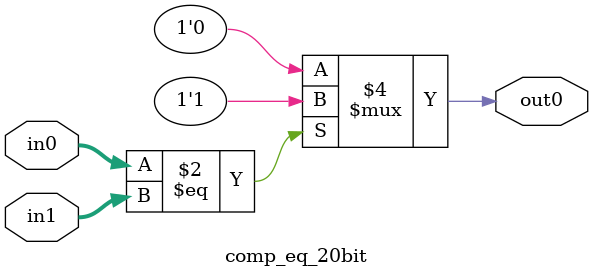
<source format=v>
module comp_eq_20bit(input wire [19:0]in0,
					input wire [19:0]in1,
					output reg out0);
					
always@( * )		
begin	
	if (in0 == in1)
		out0 = 1;
	else 
		out0 = 0;
end
endmodule 
</source>
